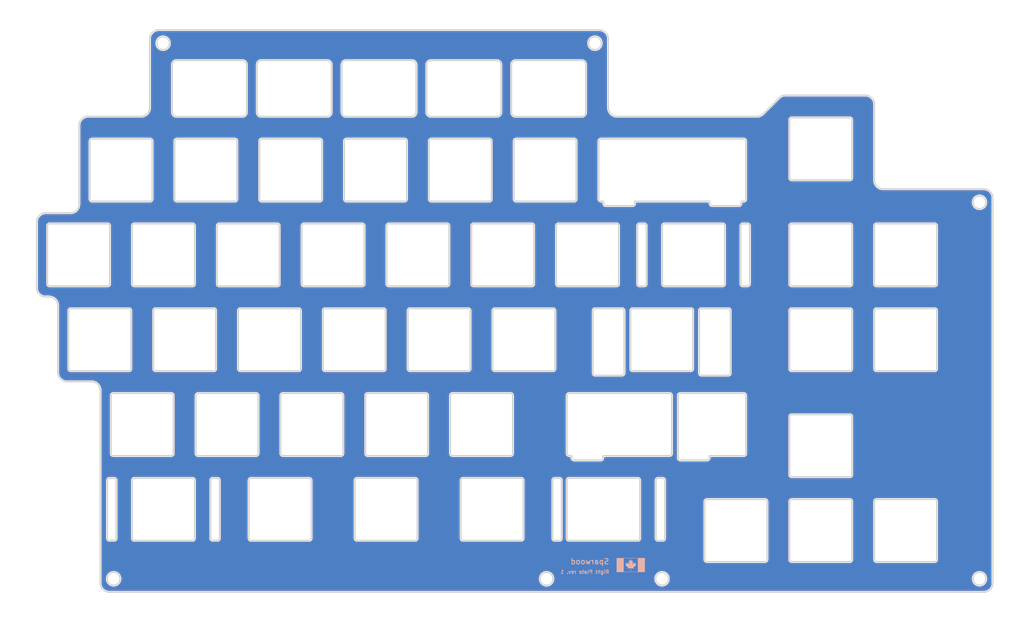
<source format=kicad_pcb>
(kicad_pcb (version 20211014) (generator pcbnew)
  (layers (0 "F.Cu" signal) (31 "B.Cu" signal) (34 "B.Paste" user) (35 "F.Paste" user) (36 "B.SilkS" user "B.Silkscreen") (37 "F.SilkS" user "F.Silkscreen") (38 "B.Mask" user) (39 "F.Mask" user) (44 "Edge.Cuts" user))
  (net 0 "")
  (gr_poly (pts (xy 178.857318 146.236931) (xy 175.813287 146.236931) (xy 175.747803 146.171447) (xy 178.922803 146.171447)) (layer "B.SilkS") (width 0.006) (fill solid))
  (gr_poly (pts (xy 175.747803 149.346447) (xy 174.160303 149.346447) (xy 174.160303 146.171447) (xy 175.747803 146.171447)) (layer "B.SilkS") (width 0.006) (fill solid))
  (gr_poly (pts (xy 180.510302 149.346447) (xy 178.922803 149.346447) (xy 178.922803 146.171447) (xy 180.510302 146.171447)) (layer "B.SilkS") (width 0.006) (fill solid))
  (gr_poly (pts (xy 177.554907 146.867301) (xy 177.555953 146.869264) (xy 177.557094 146.871162) (xy 177.558326 146.872991) (xy 177.559646 146.874749) (xy 177.56105 146.876434) (xy 177.562536 146.878041) (xy 177.564099 146.879569) (xy 177.565737 146.881015) (xy 177.567446 146.882375) (xy 177.569224 146.883648) (xy 177.571066 146.88483) (xy 177.572969 146.885919) (xy 177.57493 146.886912) (xy 177.576946 146.887806) (xy 177.579014 146.888598) (xy 177.58113 146.889286) (xy 177.583278 146.889863) (xy 177.585443 146.890327) (xy 177.587621 146.890677) (xy 177.589806 146.890915) (xy 177.591995 146.89104) (xy 177.594184 146.891054) (xy 177.596368 146.890957) (xy 177.598543 146.890748) (xy 177.600704 146.89043) (xy 177.602848 146.890002) (xy 177.60497 146.889465) (xy 177.607065 146.888819) (xy 177.609131 146.888065) (xy 177.611161 146.887204) (xy 177.613152 146.886235) (xy 177.6151 146.885161) (xy 177.831396 146.760145) (xy 177.696459 147.455999) (xy 177.696158 147.457757) (xy 177.695931 147.459515) (xy 177.695778 147.461269) (xy 177.695696 147.463019) (xy 177.695686 147.464761) (xy 177.695747 147.466495) (xy 177.695877 147.468219) (xy 177.696076 147.46993) (xy 177.696342 147.471627) (xy 177.696675 147.473307) (xy 177.697074 147.47497) (xy 177.697538 147.476612) (xy 177.698066 147.478233) (xy 177.698657 147.47983) (xy 177.69931 147.481401) (xy 177.700025 147.482945) (xy 177.700799 147.48446) (xy 177.701634 147.485943) (xy 177.702526 147.487393) (xy 177.703477 147.488808) (xy 177.704484 147.490186) (xy 177.705547 147.491525) (xy 177.706664 147.492824) (xy 177.707836 147.49408) (xy 177.70906 147.495291) (xy 177.710337 147.496456) (xy 177.711665 147.497573) (xy 177.713043 147.49864) (xy 177.71447 147.499655) (xy 177.715946 147.500616) (xy 177.717469 147.501521) (xy 177.719039 147.502368) (xy 177.720643 147.50315) (xy 177.722266 147.503861) (xy 177.723907 147.5045) (xy 177.725563 147.505069) (xy 177.727233 147.505568) (xy 177.728914 147.505996) (xy 177.730605 147.506355) (xy 177.732303 147.506644) (xy 177.734007 147.506864) (xy 177.735713 147.507016) (xy 177.737421 147.507099) (xy 177.739128 147.507115) (xy 177.74253 147.506944) (xy 177.745904 147.506505) (xy 177.749232 147.505801) (xy 177.752499 147.504836) (xy 177.754105 147.504256) (xy 177.755688 147.503611) (xy 177.757248 147.502903) (xy 177.758782 147.502131) (xy 177.760289 147.501295) (xy 177.761765 147.500397) (xy 177.76321 147.499435) (xy 177.76462 147.498412) (xy 177.765995 147.497326) (xy 177.767331 147.496179) (xy 177.768627 147.494971) (xy 177.769881 147.493702) (xy 178.049678 147.1934) (xy 178.119131 147.35678) (xy 178.119922 147.358518) (xy 178.120782 147.360206) (xy 178.121709 147.361844) (xy 178.1227 147.363429) (xy 178.124866 147.366438) (xy 178.127263 147.369225) (xy 178.129871 147.371781) (xy 178.132674 147.374095) (xy 178.135652 147.376159) (xy 178.138789 147.377963) (xy 178.142067 147.379498) (xy 178.145466 147.380754) (xy 178.148969 147.381722) (xy 178.152559 147.382393) (xy 178.156216 147.382757) (xy 178.159924 147.382805) (xy 178.161791 147.382708) (xy 178.163664 147.382528) (xy 178.16554 147.382264) (xy 178.167417 147.381916) (xy 178.525928 147.305848) (xy 178.402896 147.684202) (xy 178.402312 147.686138) (xy 178.401822 147.688082) (xy 178.401426 147.69003) (xy 178.401122 147.691981) (xy 178.40091 147.693932) (xy 178.400788 147.695879) (xy 178.400754 147.697821) (xy 178.400809 147.699754) (xy 178.40095 147.701676) (xy 178.401176 147.703584) (xy 178.401487 147.705474) (xy 178.401881 147.707346) (xy 178.402356 147.709195) (xy 178.402913 147.711019) (xy 178.403549 147.712815) (xy 178.404263 147.714581) (xy 178.405054 147.716314) (xy 178.405922 147.71801) (xy 178.406864 147.719668) (xy 178.40788 147.721285) (xy 178.408968 147.722857) (xy 178.410128 147.724383) (xy 178.411358 147.725859) (xy 178.412656 147.727282) (xy 178.414023 147.728651) (xy 178.415456 147.729961) (xy 178.416954 147.731211) (xy 178.418517 147.732398) (xy 178.420142 147.733519) (xy 178.42183 147.734571) (xy 178.423578 147.735551) (xy 178.425386 147.736457) (xy 178.565615 147.801942) (xy 177.943183 148.305973) (xy 177.940609 148.308238) (xy 177.938249 148.310671) (xy 177.936108 148.313258) (xy 177.934189 148.315985) (xy 177.932496 148.318836) (xy 177.931033 148.321797) (xy 177.929805 148.324854) (xy 177.928815 148.327992) (xy 177.928068 148.331196) (xy 177.927566 148.334452) (xy 177.927315 148.337746) (xy 177.927318 148.341061) (xy 177.92758 148.344385) (xy 177.928104 148.347703) (xy 177.928894 148.350999) (xy 177.929954 148.354259) (xy 178.006683 148.565926) (xy 177.43849 148.466046) (xy 177.434969 148.465542) (xy 177.431445 148.46524) (xy 177.427926 148.465136) (xy 177.42442 148.465229) (xy 177.420936 148.465517) (xy 177.41748 148.465997) (xy 177.414061 148.466666) (xy 177.410687 148.467523) (xy 177.407365 148.468566) (xy 177.404104 148.469792) (xy 177.400911 148.471199) (xy 177.397795 148.472784) (xy 177.394763 148.474546) (xy 177.391823 148.476483) (xy 177.388983 148.478591) (xy 177.386251 148.480869) (xy 177.383652 148.483298) (xy 177.381208 148.485855) (xy 177.378922 148.488532) (xy 177.376798 148.491322) (xy 177.374839 148.494218) (xy 177.373047 148.497212) (xy 177.371426 148.500296) (xy 177.36998 148.503463) (xy 177.368711 148.506705) (xy 177.367623 148.510014) (xy 177.366719 148.513384) (xy 177.366002 148.516806) (xy 177.365475 148.520273) (xy 177.365142 148.523778) (xy 177.365005 148.527312) (xy 177.365068 148.530869) (xy 177.394834 149.101707) (xy 177.275771 149.101707) (xy 177.305537 148.530869) (xy 177.3056 148.527312) (xy 177.305464 148.523778) (xy 177.305131 148.520273) (xy 177.304604 148.516806) (xy 177.303887 148.513384) (xy 177.302983 148.510014) (xy 177.301894 148.506705) (xy 177.300626 148.503463) (xy 177.299179 148.500296) (xy 177.297559 148.497212) (xy 177.295767 148.494218) (xy 177.293808 148.491322) (xy 177.291683 148.488532) (xy 177.289398 148.485855) (xy 177.286954 148.483298) (xy 177.284355 148.480869) (xy 177.281623 148.478591) (xy 177.278783 148.476483) (xy 177.275843 148.474546) (xy 177.272811 148.472784) (xy 177.269694 148.471199) (xy 177.266502 148.469792) (xy 177.263241 148.468566) (xy 177.259919 148.467523) (xy 177.256545 148.466666) (xy 177.253126 148.465997) (xy 177.24967 148.465517) (xy 177.246185 148.465229) (xy 177.24268 148.465136) (xy 177.239161 148.46524) (xy 177.235637 148.465542) (xy 177.232115 148.466046) (xy 176.663923 148.565926) (xy 176.740652 148.354259) (xy 176.741216 148.352635) (xy 176.741712 148.350999) (xy 176.742141 148.349354) (xy 176.742502 148.347703) (xy 176.742797 148.346046) (xy 176.743026 148.344385) (xy 176.743189 148.342723) (xy 176.743287 148.341061) (xy 176.743321 148.339402) (xy 176.743291 148.337746) (xy 176.743197 148.336095) (xy 176.74304 148.334452) (xy 176.74282 148.332819) (xy 176.742538 148.331196) (xy 176.742195 148.329587) (xy 176.741791 148.327992) (xy 176.741326 148.326414) (xy 176.740801 148.324854) (xy 176.740216 148.323315) (xy 176.739572 148.321797) (xy 176.73887 148.320304) (xy 176.73811 148.318836) (xy 176.737292 148.317395) (xy 176.736417 148.315985) (xy 176.735486 148.314605) (xy 176.734498 148.313258) (xy 176.733455 148.311946) (xy 176.732357 148.310671) (xy 176.731204 148.309434) (xy 176.729997 148.308238) (xy 176.728736 148.307083) (xy 176.727423 148.305973) (xy 176.10499 147.801942) (xy 176.24522 147.736457) (xy 176.247027 147.735551) (xy 176.248776 147.734571) (xy 176.250463 147.733519) (xy 176.252089 147.732398) (xy 176.253651 147.731211) (xy 176.25515 147.729961) (xy 176.256583 147.728651) (xy 176.257949 147.727282) (xy 176.259248 147.725859) (xy 176.260478 147.724383) (xy 176.262726 147.721285) (xy 176.264684 147.71801) (xy 176.266343 147.714581) (xy 176.267693 147.711019) (xy 176.268725 147.707346) (xy 176.269429 147.703584) (xy 176.269656 147.701676) (xy 176.269797 147.699754) (xy 176.269851 147.697821) (xy 176.269818 147.695879) (xy 176.269696 147.693932) (xy 176.269483 147.691981) (xy 176.26918 147.69003) (xy 176.268784 147.688082) (xy 176.268294 147.686138) (xy 176.267709 147.684202) (xy 176.144678 147.305848) (xy 176.503188 147.381916) (xy 176.505066 147.382264) (xy 176.506942 147.382528) (xy 176.508815 147.382708) (xy 176.510682 147.382805) (xy 176.512541 147.382822) (xy 176.514389 147.382757) (xy 176.516226 147.382614) (xy 176.518047 147.382393) (xy 176.519851 147.382096) (xy 176.521636 147.381722) (xy 176.5234 147.381275) (xy 176.52514 147.380754) (xy 176.526854 147.380161) (xy 176.528539 147.379498) (xy 176.530194 147.378765) (xy 176.531816 147.377963) (xy 176.533403 147.377094) (xy 176.534953 147.376159) (xy 176.536463 147.375159) (xy 176.537932 147.374095) (xy 176.539356 147.372969) (xy 176.540735 147.371781) (xy 176.542064 147.370533) (xy 176.543343 147.369225) (xy 176.544569 147.36786) (xy 176.545739 147.366438) (xy 176.546852 147.364961) (xy 176.547905 147.363429) (xy 176.548896 147.361844) (xy 176.549823 147.360206) (xy 176.550683 147.358518) (xy 176.551475 147.35678) (xy 176.620928 147.1934) (xy 176.900725 147.493702) (xy 176.903275 147.496179) (xy 176.905985 147.498412) (xy 176.90884 147.500397) (xy 176.911823 147.502131) (xy 176.914917 147.503611) (xy 176.918106 147.504836) (xy 176.921373 147.505801) (xy 176.924702 147.506505) (xy 176.928076 147.506944) (xy 176.931478 147.507115) (xy 176.934892 147.507016) (xy 176.938302 147.506644) (xy 176.941691 147.505996) (xy 176.945042 147.505069) (xy 176.94834 147.503861) (xy 176.951566 147.502368) (xy 176.954659 147.500616) (xy 176.957563 147.49864) (xy 176.960268 147.496456) (xy 176.96277 147.49408) (xy 176.965059 147.491525) (xy 176.967129 147.488808) (xy 176.968972 147.485943) (xy 176.970581 147.482945) (xy 176.971949 147.47983) (xy 176.973068 147.476612) (xy 176.97393 147.473307) (xy 176.97453 147.46993) (xy 176.974859 147.466495) (xy 176.974909 147.463019) (xy 176.974674 147.459515) (xy 176.974147 147.455999) (xy 176.839209 146.760145) (xy 177.055506 146.885161) (xy 177.057454 146.886235) (xy 177.059445 146.887204) (xy 177.061475 146.888065) (xy 177.06354 146.888819) (xy 177.065636 146.889465) (xy 177.067758 146.890002) (xy 177.069901 146.89043) (xy 177.072063 146.890748) (xy 177.074238 146.890957) (xy 177.076421 146.891054) (xy 177.07861 146.89104) (xy 177.080799 146.890915) (xy 177.082985 146.890677) (xy 177.085162 146.890327) (xy 177.087327 146.889863) (xy 177.089476 146.889286) (xy 177.091591 146.888598) (xy 177.093659 146.887806) (xy 177.095675 146.886912) (xy 177.097637 146.885919) (xy 177.09954 146.88483) (xy 177.101382 146.883648) (xy 177.103159 146.882375) (xy 177.104869 146.881015) (xy 177.106507 146.879569) (xy 177.10807 146.878041) (xy 177.109556 146.876434) (xy 177.11096 146.874749) (xy 177.11228 146.872991) (xy 177.113512 146.871162) (xy 177.114652 146.869264) (xy 177.115699 146.867301) (xy 177.335303 146.43603)) (layer "B.SilkS") (width 0.006) (fill solid))
  (gr_poly (pts (xy 178.922803 149.346447) (xy 175.747803 149.346447) (xy 175.813287 149.280962) (xy 178.857318 149.280962)) (layer "B.SilkS") (width 0.006) (fill solid))
  (gr_line (start 141.572803 84.596447) (end 141.572803 71.596447) (layer "Edge.Cuts") (width 0.3))
  (gr_arc (start 177.291553 90.646447) (mid 177.438 90.292894) (end 177.791553 90.146447) (layer "Edge.Cuts") (width 0.3))
  (gr_arc (start 128.141803 34.418447) (mid 128.84891 34.71134) (end 129.141803 35.418447) (layer "Edge.Cuts") (width 0.3))
  (gr_line (start 232.060303 133.508947) (end 232.060303 146.508947) (layer "Edge.Cuts") (width 0.3))
  (gr_line (start 93.160303 109.196447) (end 80.160303 109.196447) (layer "Edge.Cuts") (width 0.3))
  (gr_arc (start 60.185303 153.846447) (mid 58.771089 153.260661) (end 58.185303 151.846447) (layer "Edge.Cuts") (width 0.3))
  (gr_line (start 152.691553 128.246447) (end 139.691553 128.246447) (layer "Edge.Cuts") (width 0.3))
  (gr_arc (start 69.291803 44.996447) (mid 68.706017 46.410661) (end 67.291803 46.996447) (layer "Edge.Cuts") (width 0.3))
  (gr_line (start 159.785303 128.746447) (end 159.785303 141.746447) (layer "Edge.Cuts") (width 0.3))
  (gr_arc (start 186.529053 122.696447) (mid 186.382606 123.05) (end 186.029053 123.196447) (layer "Edge.Cuts") (width 0.3))
  (gr_arc (start 78.872803 128.246447) (mid 79.226356 128.392894) (end 79.372803 128.746447) (layer "Edge.Cuts") (width 0.3))
  (gr_arc (start 234.060303 63.283947) (mid 232.646089 62.698161) (end 232.060303 61.283947) (layer "Edge.Cuts") (width 0.3))
  (gr_arc (start 50.660303 106.571447) (mid 49.246089 105.985661) (end 48.660303 104.571447) (layer "Edge.Cuts") (width 0.3))
  (gr_line (start 180.835303 71.596447) (end 180.835303 84.596447) (layer "Edge.Cuts") (width 0.3))
  (gr_line (start 161.785303 141.746447) (end 161.785303 128.746447) (layer "Edge.Cuts") (width 0.3))
  (gr_arc (start 65.872803 142.246447) (mid 65.51925 142.1) (end 65.372803 141.746447) (layer "Edge.Cuts") (width 0.3))
  (gr_arc (start 90.041803 34.418447) (mid 90.74891 34.71134) (end 91.041803 35.418447) (layer "Edge.Cuts") (width 0.3))
  (gr_arc (start 159.785303 128.746447) (mid 159.93175 128.392894) (end 160.285303 128.246447) (layer "Edge.Cuts") (width 0.3))
  (gr_line (start 202.697803 66.046447) (end 202.110803 66.046447) (layer "Edge.Cuts") (width 0.3))
  (gr_line (start 246.060303 146.508947) (end 246.060303 133.508947) (layer "Edge.Cuts") (width 0.3))
  (gr_arc (start 132.491803 47.018447) (mid 131.784696 46.725554) (end 131.491803 46.018447) (layer "Edge.Cuts") (width 0.3))
  (gr_line (start 80.160303 123.196447) (end 93.160303 123.196447) (layer "Edge.Cuts") (width 0.3))
  (gr_line (start 94.391803 47.018447) (end 109.091803 47.018447) (layer "Edge.Cuts") (width 0.3))
  (gr_line (start 65.372803 71.596447) (end 65.372803 84.596447) (layer "Edge.Cuts") (width 0.3))
  (gr_line (start 131.260303 123.196447) (end 118.260303 123.196447) (layer "Edge.Cuts") (width 0.3))
  (gr_line (start 164.597803 66.046447) (end 151.597803 66.046447) (layer "Edge.Cuts") (width 0.3))
  (gr_line (start 245.560303 90.146447) (end 232.560303 90.146447) (layer "Edge.Cuts") (width 0.3))
  (gr_line (start 122.522803 84.596447) (end 122.522803 71.596447) (layer "Edge.Cuts") (width 0.3))
  (gr_line (start 175.353553 105.146447) (end 169.353553 105.146447) (layer "Edge.Cuts") (width 0.3))
  (gr_arc (start 155.572803 84.596447) (mid 155.426356 84.95) (end 155.072803 85.096447) (layer "Edge.Cuts") (width 0.3))
  (gr_arc (start 110.091803 46.018447) (mid 109.79891 46.725554) (end 109.091803 47.018447) (layer "Edge.Cuts") (width 0.3))
  (gr_line (start 174.622803 71.596447) (end 174.622803 84.596447) (layer "Edge.Cuts") (width 0.3))
  (gr_line (start 88.897803 65.546447) (end 88.897803 52.546447) (layer "Edge.Cuts") (width 0.3))
  (gr_line (start 177.291553 90.646447) (end 177.291553 103.646447) (layer "Edge.Cuts") (width 0.3))
  (gr_arc (start 147.191803 34.418447) (mid 147.89891 34.71134) (end 148.191803 35.418447) (layer "Edge.Cuts") (width 0.3))
  (gr_line (start 65.872803 85.096447) (end 78.872803 85.096447) (layer "Edge.Cuts") (width 0.3))
  (gr_line (start 146.835303 104.146447) (end 159.835303 104.146447) (layer "Edge.Cuts") (width 0.3))
  (gr_line (start 163.504053 109.196447) (end 186.029053 109.196447) (layer "Edge.Cuts") (width 0.3))
  (gr_line (start 107.947803 52.546447) (end 107.947803 65.546447) (layer "Edge.Cuts") (width 0.3))
  (gr_arc (start 164.597803 52.046447) (mid 164.951356 52.192894) (end 165.097803 52.546447) (layer "Edge.Cuts") (width 0.3))
  (gr_arc (start 116.972803 71.096447) (mid 117.326356 71.242894) (end 117.472803 71.596447) (layer "Edge.Cuts") (width 0.3))
  (gr_arc (start 195.610803 67.046447) (mid 195.25725 66.9) (end 195.110803 66.546447) (layer "Edge.Cuts") (width 0.3))
  (gr_arc (start 160.335303 103.646447) (mid 160.188856 104) (end 159.835303 104.146447) (layer "Edge.Cuts") (width 0.3))
  (gr_line (start 59.772803 128.746447) (end 59.772803 141.746447) (layer "Edge.Cuts") (width 0.3))
  (gr_line (start 139.691553 142.246447) (end 152.691553 142.246447) (layer "Edge.Cuts") (width 0.3))
  (gr_arc (start 56.347803 66.046447) (mid 55.99425 65.9) (end 55.847803 65.546447) (layer "Edge.Cuts") (width 0.3))
  (gr_line (start 178.885303 142.246447) (end 163.504053 142.246447) (layer "Edge.Cuts") (width 0.3))
  (gr_arc (start 202.110803 66.546447) (mid 201.964356 66.9) (end 201.610803 67.046447) (layer "Edge.Cuts") (width 0.3))
  (gr_line (start 161.122803 71.096447) (end 174.122803 71.096447) (layer "Edge.Cuts") (width 0.3))
  (gr_line (start 167.241803 46.018447) (end 167.241803 35.418447) (layer "Edge.Cuts") (width 0.3))
  (gr_arc (start 127.785303 104.146447) (mid 127.43175 104) (end 127.285303 103.646447) (layer "Edge.Cuts") (width 0.3))
  (gr_arc (start 102.685303 90.146447) (mid 103.038856 90.292894) (end 103.185303 90.646447) (layer "Edge.Cuts") (width 0.3))
  (gr_line (start 230.060303 42.233947) (end 212.039845 42.233947) (layer "Edge.Cuts") (width 0.3))
  (gr_line (start 232.560303 104.146447) (end 245.560303 104.146447) (layer "Edge.Cuts") (width 0.3))
  (gr_arc (start 129.141803 46.018447) (mid 128.84891 46.725554) (end 128.141803 47.018447) (layer "Edge.Cuts") (width 0.3))
  (gr_arc (start 107.947803 65.546447) (mid 107.801356 65.9) (end 107.447803 66.046447) (layer "Edge.Cuts") (width 0.3))
  (gr_line (start 91.041803 46.018447) (end 91.041803 35.418447) (layer "Edge.Cuts") (width 0.3))
  (gr_arc (start 184.935303 85.096447) (mid 184.58175 84.95) (end 184.435303 84.596447) (layer "Edge.Cuts") (width 0.3))
  (gr_arc (start 166.241803 34.418447) (mid 166.94891 34.71134) (end 167.241803 35.418447) (layer "Edge.Cuts") (width 0.3))
  (gr_arc (start 105.066553 128.246447) (mid 105.420106 128.392894) (end 105.566553 128.746447) (layer "Edge.Cuts") (width 0.3))
  (gr_line (start 226.510303 133.008947) (end 213.510303 133.008947) (layer "Edge.Cuts") (width 0.3))
  (gr_line (start 132.491803 47.018447) (end 147.191803 47.018447) (layer "Edge.Cuts") (width 0.3))
  (gr_line (start 178.234803 66.046447) (end 178.234803 66.546447) (layer "Edge.Cuts") (width 0.3))
  (gr_arc (start 246.060303 84.596447) (mid 245.913856 84.95) (end 245.560303 85.096447) (layer "Edge.Cuts") (width 0.3))
  (gr_line (start 213.510303 104.146447) (end 226.510303 104.146447) (layer "Edge.Cuts") (width 0.3))
  (gr_line (start 99.210303 109.196447) (end 112.210303 109.196447) (layer "Edge.Cuts") (width 0.3))
  (gr_arc (start 175.853553 104.646447) (mid 175.707106 105) (end 175.353553 105.146447) (layer "Edge.Cuts") (width 0.3))
  (gr_line (start 171.234803 66.046447) (end 170.647803 66.046447) (layer "Edge.Cuts") (width 0.3))
  (gr_arc (start 232.560303 85.096447) (mid 232.20675 84.95) (end 232.060303 84.596447) (layer "Edge.Cuts") (width 0.3))
  (gr_line (start 122.235303 90.646447) (end 122.235303 103.646447) (layer "Edge.Cuts") (width 0.3))
  (gr_arc (start 226.510303 47.283947) (mid 226.863856 47.430394) (end 227.010303 47.783947) (layer "Edge.Cuts") (width 0.3))
  (gr_line (start 142.072803 71.096447) (end 155.072803 71.096447) (layer "Edge.Cuts") (width 0.3))
  (gr_arc (start 136.522803 84.596447) (mid 136.376356 84.95) (end 136.022803 85.096447) (layer "Edge.Cuts") (width 0.3))
  (gr_arc (start 83.472803 142.246447) (mid 83.11925 142.1) (end 82.972803 141.746447) (layer "Edge.Cuts") (width 0.3))
  (gr_arc (start 88.897803 65.546447) (mid 88.751356 65.9) (end 88.397803 66.046447) (layer "Edge.Cuts") (width 0.3))
  (gr_arc (start 179.335303 85.096447) (mid 178.98175 84.95) (end 178.835303 84.596447) (layer "Edge.Cuts") (width 0.3))
  (gr_arc (start 112.997803 52.546447) (mid 113.14425 52.192894) (end 113.497803 52.046447) (layer "Edge.Cuts") (width 0.3))
  (gr_arc (start 56.185303 106.571447) (mid 57.599517 107.157233) (end 58.185303 108.571447) (layer "Edge.Cuts") (width 0.3))
  (gr_line (start 89.685303 90.146447) (end 102.685303 90.146447) (layer "Edge.Cuts") (width 0.3))
  (gr_line (start 136.522803 71.596447) (end 136.522803 84.596447) (layer "Edge.Cuts") (width 0.3))
  (gr_arc (start 83.635303 90.146447) (mid 83.988856 90.292894) (end 84.135303 90.646447) (layer "Edge.Cuts") (width 0.3))
  (gr_arc (start 46.822803 85.096447) (mid 46.46925 84.95) (end 46.322803 84.596447) (layer "Edge.Cuts") (width 0.3))
  (gr_arc (start 69.347803 52.046447) (mid 69.701356 52.192894) (end 69.847803 52.546447) (layer "Edge.Cuts") (width 0.3))
  (gr_circle (center 184.360303 150.846447) (end 182.910303 150.846447) (layer "Edge.Cuts") (width 0.3) (fill none))
  (gr_line (start 65.872803 128.246447) (end 78.872803 128.246447) (layer "Edge.Cuts") (width 0.3))
  (gr_line (start 50.660303 106.571447) (end 56.185303 106.571447) (layer "Edge.Cuts") (width 0.3))
  (gr_line (start 155.072803 85.096447) (end 142.072803 85.096447) (layer "Edge.Cuts") (width 0.3))
  (gr_arc (start 199.729553 104.646447) (mid 199.583106 105) (end 199.229553 105.146447) (layer "Edge.Cuts") (width 0.3))
  (gr_arc (start 43.897803 70.671447) (mid 44.483589 69.257233) (end 45.897803 68.671447) (layer "Edge.Cuts") (width 0.3))
  (gr_line (start 227.010303 47.783947) (end 227.010303 60.783947) (layer "Edge.Cuts") (width 0.3))
  (gr_arc (start 74.610303 122.696447) (mid 74.463856 123.05) (end 74.110303 123.196447) (layer "Edge.Cuts") (width 0.3))
  (gr_line (start 227.010303 71.596447) (end 227.010303 84.596447) (layer "Edge.Cuts") (width 0.3))
  (gr_line (start 192.729553 90.646447) (end 192.729553 104.646447) (layer "Edge.Cuts") (width 0.3))
  (gr_circle (center 255.660303 150.846447) (end 254.210303 150.846447) (layer "Edge.Cuts") (width 0.3) (fill none))
  (gr_line (start 112.441803 35.418447) (end 112.441803 46.018447) (layer "Edge.Cuts") (width 0.3))
  (gr_arc (start 197.935303 71.096447) (mid 198.288856 71.242894) (end 198.435303 71.596447) (layer "Edge.Cuts") (width 0.3))
  (gr_arc (start 213.010303 114.458947) (mid 213.15675 114.105394) (end 213.510303 113.958947) (layer "Edge.Cuts") (width 0.3))
  (gr_arc (start 202.697803 109.196447) (mid 203.051356 109.342894) (end 203.197803 109.696447) (layer "Edge.Cuts") (width 0.3))
  (gr_arc (start 122.522803 71.596447) (mid 122.66925 71.242894) (end 123.022803 71.096447) (layer "Edge.Cuts") (width 0.3))
  (gr_line (start 203.197803 52.546447) (end 203.197803 65.546447) (layer "Edge.Cuts") (width 0.3))
  (gr_line (start 112.710303 109.696447) (end 112.710303 122.696447) (layer "Edge.Cuts") (width 0.3))
  (gr_line (start 131.760303 109.696447) (end 131.760303 122.696447) (layer "Edge.Cuts") (width 0.3))
  (gr_arc (start 163.004053 109.696447) (mid 163.1505 109.342894) (end 163.504053 109.196447) (layer "Edge.Cuts") (width 0.3))
  (gr_line (start 127.285303 90.646447) (end 127.285303 103.646447) (layer "Edge.Cuts") (width 0.3))
  (gr_line (start 194.967053 123.196447) (end 202.697803 123.196447) (layer "Edge.Cuts") (width 0.3))
  (gr_arc (start 188.467053 124.196447) (mid 188.1135 124.05) (end 187.967053 123.696447) (layer "Edge.Cuts") (width 0.3))
  (gr_line (start 184.935303 71.096447) (end 197.935303 71.096447) (layer "Edge.Cuts") (width 0.3))
  (gr_line (start 132.047803 52.546447) (end 132.047803 65.546447) (layer "Edge.Cuts") (width 0.3))
  (gr_arc (start 184.435303 71.596447) (mid 184.58175 71.242894) (end 184.935303 71.096447) (layer "Edge.Cuts") (width 0.3))
  (gr_line (start 232.560303 85.096447) (end 245.560303 85.096447) (layer "Edge.Cuts") (width 0.3))
  (gr_line (start 183.485303 128.246447) (end 184.485303 128.246447) (layer "Edge.Cuts") (width 0.3))
  (gr_line (start 170.147803 65.546447) (end 170.147803 52.546447) (layer "Edge.Cuts") (width 0.3))
  (gr_line (start 69.847803 65.546447) (end 69.847803 52.546447) (layer "Edge.Cuts") (width 0.3))
  (gr_line (start 213.510303 47.283947) (end 226.510303 47.283947) (layer "Edge.Cuts") (width 0.3))
  (gr_arc (start 79.372803 84.596447) (mid 79.226356 84.95) (end 78.872803 85.096447) (layer "Edge.Cuts") (width 0.3))
  (gr_arc (start 115.879053 142.246447) (mid 115.5255 142.1) (end 115.379053 141.746447) (layer "Edge.Cuts") (width 0.3))
  (gr_arc (start 55.847803 52.546447) (mid 55.99425 52.192894) (end 56.347803 52.046447) (layer "Edge.Cuts") (width 0.3))
  (gr_line (start 160.335303 103.646447) (end 160.335303 90.646447) (layer "Edge.Cuts") (width 0.3))
  (gr_line (start 103.972803 71.096447) (end 116.972803 71.096447) (layer "Edge.Cuts") (width 0.3))
  (gr_arc (start 150.810303 122.696447) (mid 150.663856 123.05) (end 150.310303 123.196447) (layer "Edge.Cuts") (width 0.3))
  (gr_line (start 45.897803 87.521447) (end 46.660303 87.521447) (layer "Edge.Cuts") (width 0.3))
  (gr_line (start 78.872803 142.246447) (end 65.872803 142.246447) (layer "Edge.Cuts") (width 0.3))
  (gr_arc (start 59.772803 128.746447) (mid 59.91925 128.392894) (end 60.272803 128.246447) (layer "Edge.Cuts") (width 0.3))
  (gr_line (start 147.191803 34.418447) (end 132.491803 34.418447) (layer "Edge.Cuts") (width 0.3))
  (gr_line (start 58.185303 108.571447) (end 58.185303 151.846447) (layer "Edge.Cuts") (width 0.3))
  (gr_arc (start 151.097803 52.546447) (mid 151.24425 52.192894) (end 151.597803 52.046447) (layer "Edge.Cuts") (width 0.3))
  (gr_arc (start 45.897803 87.521447) (mid 44.483589 86.935661) (end 43.897803 85.521447) (layer "Edge.Cuts") (width 0.3))
  (gr_line (start 126.997803 52.546447) (end 126.997803 65.546447) (layer "Edge.Cuts") (width 0.3))
  (gr_line (start 116.972803 85.096447) (end 103.972803 85.096447) (layer "Edge.Cuts") (width 0.3))
  (gr_line (start 56.347803 66.046447) (end 69.347803 66.046447) (layer "Edge.Cuts") (width 0.3))
  (gr_arc (start 150.541803 35.418447) (mid 150.834696 34.71134) (end 151.541803 34.418447) (layer "Edge.Cuts") (width 0.3))
  (gr_arc (start 126.997803 65.546447) (mid 126.851356 65.9) (end 126.497803 66.046447) (layer "Edge.Cuts") (width 0.3))
  (gr_line (start 94.447803 52.046447) (end 107.447803 52.046447) (layer "Edge.Cuts") (width 0.3))
  (gr_arc (start 108.735303 104.146447) (mid 108.38175 104) (end 108.235303 103.646447) (layer "Edge.Cuts") (width 0.3))
  (gr_arc (start 98.422803 84.596447) (mid 98.276356 84.95) (end 97.922803 85.096447) (layer "Edge.Cuts") (width 0.3))
  (gr_line (start 89.185303 103.646447) (end 89.185303 90.646447) (layer "Edge.Cuts") (width 0.3))
  (gr_line (start 227.010303 127.458947) (end 227.010303 114.458947) (layer "Edge.Cuts") (width 0.3))
  (gr_arc (start 227.010303 127.458947) (mid 226.863856 127.8125) (end 226.510303 127.958947) (layer "Edge.Cuts") (width 0.3))
  (gr_line (start 117.760303 122.696447) (end 117.760303 109.696447) (layer "Edge.Cuts") (width 0.3))
  (gr_line (start 164.091053 123.196447) (end 163.504053 123.196447) (layer "Edge.Cuts") (width 0.3))
  (gr_arc (start 93.947803 52.546447) (mid 94.09425 52.192894) (end 94.447803 52.046447) (layer "Edge.Cuts") (width 0.3))
  (gr_line (start 195.110803 66.046447) (end 178.234803 66.046447) (layer "Edge.Cuts") (width 0.3))
  (gr_arc (start 84.472803 128.246447) (mid 84.826356 128.392894) (end 84.972803 128.746447) (layer "Edge.Cuts") (width 0.3))
  (gr_line (start 193.960303 146.508947) (end 193.960303 133.508947) (layer "Edge.Cuts") (width 0.3))
  (gr_arc (start 117.472803 84.596447) (mid 117.326356 84.95) (end 116.972803 85.096447) (layer "Edge.Cuts") (width 0.3))
  (gr_line (start 153.191553 141.746447) (end 153.191553 128.746447) (layer "Edge.Cuts") (width 0.3))
  (gr_arc (start 163.004053 128.746447) (mid 163.1505 128.392894) (end 163.504053 128.246447) (layer "Edge.Cuts") (width 0.3))
  (gr_line (start 60.185303 153.846447) (end 256.660303 153.846447) (layer "Edge.Cuts") (width 0.3))
  (gr_arc (start 177.791553 104.146447) (mid 177.438 104) (end 177.291553 103.646447) (layer "Edge.Cuts") (width 0.3))
  (gr_arc (start 213.510303 147.008947) (mid 213.15675 146.8625) (end 213.010303 146.508947) (layer "Edge.Cuts") (width 0.3))
  (gr_arc (start 227.010303 103.646447) (mid 226.863856 104) (end 226.510303 104.146447) (layer "Edge.Cuts") (width 0.3))
  (gr_arc (start 148.191803 46.018447) (mid 147.89891 46.725554) (end 147.191803 47.018447) (layer "Edge.Cuts") (width 0.3))
  (gr_arc (start 93.160303 109.196447) (mid 93.513856 109.342894) (end 93.660303 109.696447) (layer "Edge.Cuts") (width 0.3))
  (gr_arc (start 170.291803 27.546447) (mid 171.706017 28.132233) (end 172.291803 29.546447) (layer "Edge.Cuts") (width 0.3))
  (gr_arc (start 182.985303 128.746447) (mid 183.13175 128.392894) (end 183.485303 128.246447) (layer "Edge.Cuts") (width 0.3))
  (gr_line (start 110.091803 46.018447) (end 110.091803 35.418447) (layer "Edge.Cuts") (width 0.3))
  (gr_arc (start 84.972803 141.746447) (mid 84.826356 142.1) (end 84.472803 142.246447) (layer "Edge.Cuts") (width 0.3))
  (gr_line (start 150.310303 109.196447) (end 137.310303 109.196447) (layer "Edge.Cuts") (width 0.3))
  (gr_arc (start 65.872803 85.096447) (mid 65.51925 84.95) (end 65.372803 84.596447) (layer "Edge.Cuts") (width 0.3))
  (gr_line (start 203.197803 122.696447) (end 203.197803 109.696447) (layer "Edge.Cuts") (width 0.3))
  (gr_arc (start 113.441803 47.018447) (mid 112.734696 46.725554) (end 112.441803 46.018447) (layer "Edge.Cuts") (width 0.3))
  (gr_arc (start 146.835303 104.146447) (mid 146.48175 104) (end 146.335303 103.646447) (layer "Edge.Cuts") (width 0.3))
  (gr_arc (start 84.422803 71.596447) (mid 84.56925 71.242894) (end 84.922803 71.096447) (layer "Edge.Cuts") (width 0.3))
  (gr_arc (start 141.572803 71.596447) (mid 141.71925 71.242894) (end 142.072803 71.096447) (layer "Edge.Cuts") (width 0.3))
  (gr_arc (start 75.341803 47.018447) (mid 74.634696 46.725554) (end 74.341803 46.018447) (layer "Edge.Cuts") (width 0.3))
  (gr_line (start 75.341803 47.018447) (end 90.041803 47.018447) (layer "Edge.Cuts") (width 0.3))
  (gr_line (start 92.066553 142.246447) (end 105.066553 142.246447) (layer "Edge.Cuts") (width 0.3))
  (gr_arc (start 256.660303 63.283947) (mid 258.074517 63.869733) (end 258.660303 65.283947) (layer "Edge.Cuts") (width 0.3))
  (gr_arc (start 160.285303 142.246447) (mid 159.93175 142.1) (end 159.785303 141.746447) (layer "Edge.Cuts") (width 0.3))
  (gr_line (start 171.234803 66.546447) (end 171.234803 66.046447) (layer "Edge.Cuts") (width 0.3))
  (gr_arc (start 190.791553 90.146447) (mid 191.145106 90.292894) (end 191.291553 90.646447) (layer "Edge.Cuts") (width 0.3))
  (gr_line (start 78.872803 71.096447) (end 65.872803 71.096447) (layer "Edge.Cuts") (width 0.3))
  (gr_arc (start 213.010303 133.508947) (mid 213.15675 133.155394) (end 213.510303 133.008947) (layer "Edge.Cuts") (width 0.3))
  (gr_line (start 258.660303 151.846447) (end 258.660303 65.283947) (layer "Edge.Cuts") (width 0.3))
  (gr_arc (start 171.734803 67.046447) (mid 171.38125 66.9) (end 171.234803 66.546447) (layer "Edge.Cuts") (width 0.3))
  (gr_arc (start 75.397803 66.046447) (mid 75.04425 65.9) (end 74.897803 65.546447) (layer "Edge.Cuts") (width 0.3))
  (gr_line (start 91.566553 128.746447) (end 91.566553 141.746447) (layer "Edge.Cuts") (width 0.3))
  (gr_line (start 179.385303 128.746447) (end 179.385303 141.746447) (layer "Edge.Cuts") (width 0.3))
  (gr_line (start 160.622803 84.596447) (end 160.622803 71.596447) (layer "Edge.Cuts") (width 0.3))
  (gr_arc (start 163.504053 142.246447) (mid 163.1505 142.1) (end 163.004053 141.746447) (layer "Edge.Cuts") (width 0.3))
  (gr_line (start 79.660303 109.696447) (end 79.660303 122.696447) (layer "Edge.Cuts") (width 0.3))
  (gr_line (start 213.010303 133.508947) (end 213.010303 146.508947) (layer "Edge.Cuts") (width 0.3))
  (gr_line (start 141.285303 103.646447) (end 141.285303 90.646447) (layer "Edge.Cuts") (width 0.3))
  (gr_arc (start 161.285303 128.246447) (mid 161.638856 128.392894) (end 161.785303 128.746447) (layer "Edge.Cuts") (width 0.3))
  (gr_line (start 226.510303 90.146447) (end 213.510303 90.146447) (layer "Edge.Cuts") (width 0.3))
  (gr_circle (center 158.422803 150.846447) (end 156.972803 150.846447) (layer "Edge.Cuts") (width 0.3) (fill none))
  (gr_arc (start 171.091053 123.696447) (mid 170.944606 124.05) (end 170.591053 124.196447) (layer "Edge.Cuts") (width 0.3))
  (gr_line (start 161.285303 128.246447) (end 160.285303 128.246447) (layer "Edge.Cuts") (width 0.3))
  (gr_line (start 102.685303 104.146447) (end 89.685303 104.146447) (layer "Edge.Cuts") (width 0.3))
  (gr_line (start 202.535303 71.096447) (end 203.535303 71.096447) (layer "Edge.Cuts") (width 0.3))
  (gr_arc (start 232.060303 133.508947) (mid 232.20675 133.155394) (end 232.560303 133.008947) (layer "Edge.Cuts") (width 0.3))
  (gr_arc (start 230.060303 42.233947) (mid 231.474517 42.819733) (end 232.060303 44.233947) (layer "Edge.Cuts") (width 0.3))
  (gr_arc (start 161.122803 85.096447) (mid 160.76925 84.95) (end 160.622803 84.596447) (layer "Edge.Cuts") (width 0.3))
  (gr_line (start 105.066553 128.246447) (end 92.066553 128.246447) (layer "Edge.Cuts") (width 0.3))
  (gr_line (start 74.110303 123.196447) (end 61.110303 123.196447) (layer "Edge.Cuts") (width 0.3))
  (gr_line (start 146.335303 90.646447) (end 146.335303 103.646447) (layer "Edge.Cuts") (width 0.3))
  (gr_arc (start 131.260303 109.196447) (mid 131.613856 109.342894) (end 131.760303 109.696447) (layer "Edge.Cuts") (width 0.3))
  (gr_arc (start 226.510303 71.096447) (mid 226.863856 71.242894) (end 227.010303 71.596447) (layer "Edge.Cuts") (width 0.3))
  (gr_line (start 90.041803 34.418447) (end 75.341803 34.418447) (layer "Edge.Cuts") (width 0.3))
  (gr_arc (start 193.960303 133.508947) (mid 194.10675 133.155394) (end 194.460303 133.008947) (layer "Edge.Cuts") (width 0.3))
  (gr_arc (start 178.835303 71.596447) (mid 178.98175 71.242894) (end 179.335303 71.096447) (layer "Edge.Cuts") (width 0.3))
  (gr_arc (start 105.566553 141.746447) (mid 105.420106 142.1) (end 105.066553 142.246447) (layer "Edge.Cuts") (width 0.3))
  (gr_arc (start 150.310303 109.196447) (mid 150.663856 109.342894) (end 150.810303 109.696447) (layer "Edge.Cuts") (width 0.3))
  (gr_line (start 59.822803 71.096447) (end 46.822803 71.096447) (layer "Edge.Cuts") (width 0.3))
  (gr_arc (start 132.547803 66.046447) (mid 132.19425 65.9) (end 132.047803 65.546447) (layer "Edge.Cuts") (width 0.3))
  (gr_arc (start 232.060303 71.596447) (mid 232.20675 71.242894) (end 232.560303 71.096447) (layer "Edge.Cuts") (width 0.3))
  (gr_arc (start 137.310303 123.196447) (mid 136.95675 123.05) (end 136.810303 122.696447) (layer "Edge.Cuts") (width 0.3))
  (gr_line (start 93.660303 122.696447) (end 93.660303 109.696447) (layer "Edge.Cuts") (width 0.3))
  (gr_arc (start 153.191553 141.746447) (mid 153.045106 142.1) (end 152.691553 142.246447) (layer "Edge.Cuts") (width 0.3))
  (gr_line (start 187.967053 109.696447) (end 187.967053 123.696447) (layer "Edge.Cuts") (width 0.3))
  (gr_arc (start 139.191553 128.746447) (mid 139.338 128.392894) (end 139.691553 128.246447) (layer "Edge.Cuts") (width 0.3))
  (gr_line (start 170.291803 27.546447) (end 71.291803 27.546447) (layer "Edge.Cuts") (width 0.3))
  (gr_arc (start 84.135303 103.646447) (mid 83.988856 104) (end 83.635303 104.146447) (layer "Edge.Cuts") (width 0.3))
  (gr_line (start 168.853553 104.646447) (end 168.853553 90.646447) (layer "Edge.Cuts") (width 0.3))
  (gr_arc (start 168.853553 90.646447) (mid 169 90.292894) (end 169.353553 90.146447) (layer "Edge.Cuts") (width 0.3))
  (gr_line (start 194.460303 133.008947) (end 207.460303 133.008947) (layer "Edge.Cuts") (width 0.3))
  (gr_line (start 61.772803 141.746447) (end 61.772803 128.746447) (layer "Edge.Cuts") (width 0.3))
  (gr_line (start 203.535303 85.096447) (end 202.535303 85.096447) (layer "Edge.Cuts") (width 0.3))
  (gr_arc (start 88.397803 52.046447) (mid 88.751356 52.192894) (end 88.897803 52.546447) (layer "Edge.Cuts") (width 0.3))
  (gr_arc (start 103.972803 85.096447) (mid 103.61925 84.95) (end 103.472803 84.596447) (layer "Edge.Cuts") (width 0.3))
  (gr_arc (start 155.072803 71.096447) (mid 155.426356 71.242894) (end 155.572803 71.596447) (layer "Edge.Cuts") (width 0.3))
  (gr_line (start 207.960303 133.508947) (end 207.960303 146.508947) (layer "Edge.Cuts") (width 0.3))
  (gr_arc (start 79.372803 141.746447) (mid 79.226356 142.1) (end 78.872803 142.246447) (layer "Edge.Cuts") (width 0.3))
  (gr_arc (start 91.566553 128.746447) (mid 91.713 128.392894) (end 92.066553 128.246447) (layer "Edge.Cuts") (width 0.3))
  (gr_arc (start 121.735303 90.146447) (mid 122.088856 90.292894) (end 122.235303 90.646447) (layer "Edge.Cuts") (width 0.3))
  (gr_arc (start 59.822803 71.096447) (mid 60.176356 71.242894) (end 60.322803 71.596447) (layer "Edge.Cuts") (width 0.3))
  (gr_line (start 55.847803 52.546447) (end 55.847803 65.546447) (layer "Edge.Cuts") (width 0.3))
  (gr_line (start 202.035303 84.596447) (end 202.035303 71.596447) (layer "Edge.Cuts") (width 0.3))
  (gr_arc (start 161.785303 141.746447) (mid 161.638856 142.1) (end 161.285303 142.246447) (layer "Edge.Cuts") (width 0.3))
  (gr_line (start 194.967053 123.696447) (end 194.967053 123.196447) (layer "Edge.Cuts") (width 0.3))
  (gr_line (start 150.541803 35.418447) (end 150.541803 46.018447) (layer "Edge.Cuts") (width 0.3))
  (gr_arc (start 169.353553 105.146447) (mid 169 105) (end 168.853553 104.646447) (layer "Edge.Cuts") (width 0.3))
  (gr_line (start 131.491803 35.418447) (end 131.491803 46.018447) (layer "Edge.Cuts") (width 0.3))
  (gr_line (start 132.547803 66.046447) (end 145.547803 66.046447) (layer "Edge.Cuts") (width 0.3))
  (gr_line (start 213.510303 71.096447) (end 226.510303 71.096447) (layer "Edge.Cuts") (width 0.3))
  (gr_arc (start 178.885303 128.246447) (mid 179.238856 128.392894) (end 179.385303 128.746447) (layer "Edge.Cuts") (width 0.3))
  (gr_arc (start 203.197803 122.696447) (mid 203.051356 123.05) (end 202.697803 123.196447) (layer "Edge.Cuts") (width 0.3))
  (gr_arc (start 112.710303 122.696447) (mid 112.563856 123.05) (end 112.210303 123.196447) (layer "Edge.Cuts") (width 0.3))
  (gr_line (start 60.272803 142.246447) (end 61.272803 142.246447) (layer "Edge.Cuts") (width 0.3))
  (gr_line (start 177.734803 67.046447) (end 171.734803 67.046447) (layer "Edge.Cuts") (width 0.3))
  (gr_arc (start 198.435303 84.596447) (mid 198.288856 84.95) (end 197.935303 85.096447) (layer "Edge.Cuts") (width 0.3))
  (gr_line (start 127.785303 104.146447) (end 140.785303 104.146447) (layer "Edge.Cuts") (width 0.3))
  (gr_line (start 226.510303 85.096447) (end 213.510303 85.096447) (layer "Edge.Cuts") (width 0.3))
  (gr_arc (start 159.835303 90.146447) (mid 160.188856 90.292894) (end 160.335303 90.646447) (layer "Edge.Cuts") (width 0.3))
  (gr_arc (start 126.497803 52.046447) (mid 126.851356 52.192894) (end 126.997803 52.546447) (layer "Edge.Cuts") (width 0.3))
  (gr_line (start 103.185303 90.646447) (end 103.185303 103.646447) (layer "Edge.Cuts") (width 0.3))
  (gr_line (start 61.110303 109.196447) (end 74.110303 109.196447) (layer "Edge.Cuts") (width 0.3))
  (gr_arc (start 202.535303 85.096447) (mid 202.18175 84.95) (end 202.035303 84.596447) (layer "Edge.Cuts") (width 0.3))
  (gr_arc (start 207.960303 146.508947) (mid 207.813856 146.8625) (end 207.460303 147.008947) (layer "Edge.Cuts") (width 0.3))
  (gr_line (start 226.510303 61.283947) (end 213.510303 61.283947) (layer "Edge.Cuts") (width 0.3))
  (gr_arc (start 163.504053 123.196447) (mid 163.1505 123.05) (end 163.004053 122.696447) (layer "Edge.Cuts") (width 0.3))
  (gr_line (start 97.922803 71.096447) (end 84.922803 71.096447) (layer "Edge.Cuts") (width 0.3))
  (gr_line (start 79.372803 84.596447) (end 79.372803 71.596447) (layer "Edge.Cuts") (width 0.3))
  (gr_arc (start 146.335303 90.646447) (mid 146.48175 90.292894) (end 146.835303 90.146447) (layer "Edge.Cuts") (width 0.3))
  (gr_line (start 184.485303 142.246447) (end 183.485303 142.246447) (layer "Edge.Cuts") (width 0.3))
  (gr_arc (start 122.235303 103.646447) (mid 122.088856 104) (end 121.735303 104.146447) (layer "Edge.Cuts") (width 0.3))
  (gr_arc (start 203.197803 65.546447) (mid 203.051356 65.9) (end 202.697803 66.046447) (layer "Edge.Cuts") (width 0.3))
  (gr_line (start 213.510303 147.008947) (end 226.510303 147.008947) (layer "Edge.Cuts") (width 0.3))
  (gr_line (start 246.060303 103.646447) (end 246.060303 90.646447) (layer "Edge.Cuts") (width 0.3))
  (gr_line (start 246.060303 84.596447) (end 246.060303 71.596447) (layer "Edge.Cuts") (width 0.3))
  (gr_arc (start 53.422803 48.996447) (mid 54.008589 47.582233) (end 55.422803 46.996447) (layer "Edge.Cuts") (width 0.3))
  (gr_arc (start 51.585303 104.146447) (mid 51.23175 104) (end 51.085303 103.646447) (layer "Edge.Cuts") (width 0.3))
  (gr_arc (start 51.085303 90.646447) (mid 51.23175 90.292894) (end 51.585303 90.146447) (layer "Edge.Cuts") (width 0.3))
  (gr_arc (start 123.022803 85.096447) (mid 122.66925 84.95) (end 122.522803 84.596447) (layer "Edge.Cuts") (width 0.3))
  (gr_arc (start 70.635303 104.146447) (mid 70.28175 104) (end 70.135303 103.646447) (layer "Edge.Cuts") (width 0.3))
  (gr_line (start 197.935303 85.096447) (end 184.935303 85.096447) (layer "Edge.Cuts") (width 0.3))
  (gr_line (start 139.191553 128.746447) (end 139.191553 141.746447) (layer "Edge.Cuts") (width 0.3))
  (gr_line (start 137.310303 123.196447) (end 150.310303 123.196447) (layer "Edge.Cuts") (width 0.3))
  (gr_arc (start 170.647803 66.046447) (mid 170.29425 65.9) (end 170.147803 65.546447) (layer "Edge.Cuts") (width 0.3))
  (gr_line (start 103.472803 84.596447) (end 103.472803 71.596447) (layer "Edge.Cuts") (width 0.3))
  (gr_line (start 174.122803 85.096447) (end 161.122803 85.096447) (layer "Edge.Cuts") (width 0.3))
  (gr_arc (start 246.060303 103.646447) (mid 245.913856 104) (end 245.560303 104.146447) (layer "Edge.Cuts") (width 0.3))
  (gr_arc (start 94.447803 66.046447) (mid 94.09425 65.9) (end 93.947803 65.546447) (layer "Edge.Cuts") (width 0.3))
  (gr_arc (start 61.110303 123.196447) (mid 60.75675 123.05) (end 60.610303 122.696447) (layer "Edge.Cuts") (width 0.3))
  (gr_arc (start 98.710303 109.696447) (mid 98.85675 109.342894) (end 99.210303 109.196447) (layer "Edge.Cuts") (width 0.3))
  (gr_circle (center 255.660303 66.283947) (end 254.210303 66.283947) (layer "Edge.Cuts") (width 0.3) (fill none))
  (gr_arc (start 117.760303 109.696447) (mid 117.90675 109.342894) (end 118.260303 109.196447) (layer "Edge.Cuts") (width 0.3))
  (gr_line (start 232.060303 90.646447) (end 232.060303 103.646447) (layer "Edge.Cuts") (width 0.3))
  (gr_line (start 210.625631 42.819733) (end 207.034704 46.410661) (layer "Edge.Cuts") (width 0.3))
  (gr_arc (start 84.922803 85.096447) (mid 84.56925 84.95) (end 84.422803 84.596447) (layer "Edge.Cuts") (width 0.3))
  (gr_arc (start 187.967053 109.696447) (mid 188.1135 109.342894) (end 188.467053 109.196447) (layer "Edge.Cuts") (width 0.3))
  (gr_line (start 205.620491 46.996447) (end 174.291803 46.996447) (layer "Edge.Cuts") (width 0.3))
  (gr_line (start 202.697803 109.196447) (end 188.467053 109.196447) (layer "Edge.Cuts") (width 0.3))
  (gr_line (start 190.791553 90.146447) (end 177.791553 90.146447) (layer "Edge.Cuts") (width 0.3))
  (gr_line (start 202.110803 66.046447) (end 202.110803 66.546447) (layer "Edge.Cuts") (width 0.3))
  (gr_arc (start 80.160303 123.196447) (mid 79.80675 123.05) (end 79.660303 122.696447) (layer "Edge.Cuts") (width 0.3))
  (gr_line (start 69.291803 29.546447) (end 69.291803 44.996447) (layer "Edge.Cuts") (width 0.3))
  (gr_arc (start 207.034704 46.410661) (mid 206.385857 46.844206) (end 205.620491 46.996447) (layer "Edge.Cuts") (width 0.3))
  (gr_arc (start 60.272803 142.246447) (mid 59.91925 142.1) (end 59.772803 141.746447) (layer "Edge.Cuts") (width 0.3))
  (gr_line (start 60.610303 122.696447) (end 60.610303 109.696447) (layer "Edge.Cuts") (width 0.3))
  (gr_line (start 115.879053 128.246447) (end 128.879053 128.246447) (layer "Edge.Cuts") (width 0.3))
  (gr_arc (start 232.060303 90.646447) (mid 232.20675 90.292894) (end 232.560303 90.146447) (layer "Edge.Cuts") (width 0.3))
  (gr_line (start 69.347803 52.046447) (end 56.347803 52.046447) (layer "Edge.Cuts") (width 0.3))
  (gr_arc (start 78.872803 71.096447) (mid 79.226356 71.242894) (end 79.372803 71.596447) (layer "Edge.Cuts") (width 0.3))
  (gr_arc (start 167.241803 46.018447) (mid 166.94891 46.725554) (end 166.241803 47.018447) (layer "Edge.Cuts") (width 0.3))
  (gr_line (start 169.353553 90.146447) (end 175.353553 90.146447) (layer "Edge.Cuts") (width 0.3))
  (gr_line (start 226.510303 113.958947) (end 213.510303 113.958947) (layer "Edge.Cuts") (width 0.3))
  (gr_circle (center 169.291803 30.546447) (end 167.841803 30.546447) (layer "Edge.Cuts") (width 0.3) (fill none))
  (gr_line (start 170.591053 124.196447) (end 164.591053 124.196447) (layer "Edge.Cuts") (width 0.3))
  (gr_arc (start 175.353553 90.146447) (mid 175.707106 90.292894) (end 175.853553 90.646447) (layer "Edge.Cuts") (width 0.3))
  (gr_line (start 186.529053 109.696447) (end 186.529053 122.696447) (layer "Edge.Cuts") (width 0.3))
  (gr_arc (start 129.379053 141.746447) (mid 129.232606 142.1) (end 128.879053 142.246447) (layer "Edge.Cuts") (width 0.3))
  (gr_line (start 61.272803 128.246447) (end 60.272803 128.246447) (layer "Edge.Cuts") (width 0.3))
  (gr_arc (start 202.035303 71.596447) (mid 202.18175 71.242894) (end 202.535303 71.096447) (layer "Edge.Cuts") (width 0.3))
  (gr_arc (start 93.391803 35.418447) (mid 93.684696 34.71134) (end 94.391803 34.418447) (layer "Edge.Cuts") (width 0.3))
  (gr_arc (start 227.010303 60.783947) (mid 226.863856 61.1375) (end 226.510303 61.283947) (layer "Edge.Cuts") (width 0.3))
  (gr_arc (start 213.010303 71.596447) (mid 213.15675 71.242894) (end 213.510303 71.096447) (layer "Edge.Cuts") (width 0.3))
  (gr_line (start 146.047803 65.546447) (end 146.047803 52.546447) (layer "Edge.Cuts") (width 0.3))
  (gr_line (start 193.229553 105.146447) (end 199.229553 105.146447) (layer "Edge.Cuts") (width 0.3))
  (gr_line (start 159.835303 90.146447) (end 146.835303 90.146447) (layer "Edge.Cuts") (width 0.3))
  (gr_line (start 98.422803 84.596447) (end 98.422803 71.596447) (layer "Edge.Cuts") (width 0.3))
  (gr_line (start 166.241803 34.418447) (end 151.541803 34.418447) (layer "Edge.Cuts") (width 0.3))
  (gr_arc (start 74.341803 35.418447) (mid 74.634696 34.71134) (end 75.341803 34.418447) (layer "Edge.Cuts") (width 0.3))
  (gr_line (start 204.035303 71.596447) (end 204.035303 84.596447) (layer "Edge.Cuts") (width 0.3))
  (gr_arc (start 199.229553 90.146447) (mid 199.583106 90.292894) (end 199.729553 90.646447) (layer "Edge.Cuts") (width 0.3))
  (gr_line (start 207.460303 147.008947) (end 194.460303 147.008947) (layer "Edge.Cuts") (width 0.3))
  (gr_line (start 93.947803 65.546447) (end 93.947803 52.546447) (layer "Edge.Cuts") (width 0.3))
  (gr_line (start 51.422803 68.671447) (end 45.897803 68.671447) (layer "Edge.Cuts") (width 0.3))
  (gr_line (start 75.397803 66.046447) (end 88.397803 66.046447) (layer "Edge.Cuts") (width 0.3))
  (gr_arc (start 210.625631 42.819733) (mid 211.274478 42.386188) (end 212.039845 42.233947) (layer "Edge.Cuts") (width 0.3))
  (gr_line (start 151.541803 47.018447) (end 166.241803 47.018447) (layer "Edge.Cuts") (width 0.3))
  (gr_arc (start 145.547803 52.046447) (mid 145.901356 52.192894) (end 146.047803 52.546447) (layer "Edge.Cuts") (width 0.3))
  (gr_arc (start 113.497803 66.046447) (mid 113.14425 65.9) (end 112.997803 65.546447) (layer "Edge.Cuts") (width 0.3))
  (gr_line (start 140.785303 90.146447) (end 127.785303 90.146447) (layer "Edge.Cuts") (width 0.3))
  (gr_arc (start 164.591053 124.196447) (mid 164.2375 124.05) (end 164.091053 123.696447) (layer "Edge.Cuts") (width 0.3))
  (gr_arc (start 53.422803 66.671447) (mid 52.837017 68.085661) (end 51.422803 68.671447) (layer "Edge.Cuts") (width 0.3))
  (gr_line (start 165.097803 52.546447) (end 165.097803 65.546447) (layer "Edge.Cuts") (width 0.3))
  (gr_arc (start 46.660303 87.521447) (mid 48.074517 88.107233) (end 48.660303 89.521447) (layer "Edge.Cuts") (width 0.3))
  (gr_line (start 112.997803 65.546447) (end 112.997803 52.546447) (layer "Edge.Cuts") (width 0.3))
  (gr_line (start 213.510303 127.958947) (end 226.510303 127.958947) (layer "Edge.Cuts") (width 0.3))
  (gr_line (start 82.972803 141.746447) (end 82.972803 128.746447) (layer "Edge.Cuts") (width 0.3))
  (gr_arc (start 94.391803 47.018447) (mid 93.684696 46.725554) (end 93.391803 46.018447) (layer "Edge.Cuts") (width 0.3))
  (gr_line (start 109.091803 34.418447) (end 94.391803 34.418447) (layer "Edge.Cuts") (width 0.3))
  (gr_arc (start 60.610303 109.696447) (mid 60.75675 109.342894) (end 61.110303 109.196447) (layer "Edge.Cuts") (width 0.3))
  (gr_line (start 113.497803 52.046447) (end 126.497803 52.046447) (layer "Edge.Cuts") (width 0.3))
  (gr_arc (start 232.560303 147.008947) (mid 232.20675 146.8625) (end 232.060303 146.508947) (layer "Edge.Cuts") (width 0.3))
  (gr_arc (start 180.335303 71.096447) (mid 180.688856 71.242894) (end 180.835303 71.596447) (layer "Edge.Cuts") (width 0.3))
  (gr_line (start 93.391803 35.418447) (end 93.391803 46.018447) (layer "Edge.Cuts") (width 0.3))
  (gr_arc (start 207.460303 133.008947) (mid 207.813856 133.155394) (end 207.960303 133.508947) (layer "Edge.Cuts") (width 0.3))
  (gr_arc (start 245.560303 133.008947) (mid 245.913856 133.155394) (end 246.060303 133.508947) (layer "Edge.Cuts") (width 0.3))
  (gr_arc (start 112.210303 109.196447) (mid 112.563856 109.342894) (end 112.710303 109.696447) (layer "Edge.Cuts") (width 0.3))
  (gr_arc (start 61.772803 141.746447) (mid 61.626356 142.1) (end 61.272803 142.246447) (layer "Edge.Cuts") (width 0.3))
  (gr_line (start 164.091053 123.696447) (end 164.091053 123.196447) (layer "Edge.Cuts") (width 0.3))
  (gr_line (start 256.660303 63.283947) (end 234.060303 63.283947) (layer "Edge.Cuts") (width 0.3))
  (gr_line (start 70.635303 90.146447) (end 83.635303 90.146447) (layer "Edge.Cuts") (width 0.3))
  (gr_line (start 115.379053 141.746447) (end 115.379053 128.746447) (layer "Edge.Cuts") (width 0.3))
  (gr_arc (start 136.022803 71.096447) (mid 136.376356 71.242894) (end 136.522803 71.596447) (layer "Edge.Cuts") (width 0.3))
  (gr_arc (start 180.835303 84.596447) (mid 180.688856 84.95) (end 180.335303 85.096447) (layer "Edge.Cuts") (width 0.3))
  (gr_line (start 155.572803 71.596447) (end 155.572803 84.596447) (layer "Edge.Cuts") (width 0.3))
  (gr_arc (start 132.047803 52.546447) (mid 132.19425 52.192894) (end 132.547803 52.046447) (layer "Edge.Cuts") (width 0.3))
  (gr_line (start 84.135303 90.646447) (end 84.135303 103.646447) (layer "Edge.Cuts") (width 0.3))
  (gr_line (start 51.085303 103.646447) (end 51.085303 90.646447) (layer "Edge.Cuts") (width 0.3))
  (gr_arc (start 69.847803 65.546447) (mid 69.701356 65.9) (end 69.347803 66.046447) (layer "Edge.Cuts") (width 0.3))
  (gr_arc (start 151.541803 47.018447) (mid 150.834696 46.725554) (end 150.541803 46.018447) (layer "Edge.Cuts") (width 0.3))
  (gr_line (start 108.235303 103.646447) (end 108.235303 90.646447) (layer "Edge.Cuts") (width 0.3))
  (gr_arc (start 70.135303 90.646447) (mid 70.28175 90.292894) (end 70.635303 90.146447) (layer "Edge.Cuts") (width 0.3))
  (gr_line (start 195.110803 66.546447) (end 195.110803 66.046447) (layer "Edge.Cuts") (width 0.3))
  (gr_line (start 201.610803 67.046447) (end 195.610803 67.046447) (layer "Edge.Cuts") (width 0.3))
  (gr_arc (start 151.597803 66.046447) (mid 151.24425 65.9) (end 151.097803 65.546447) (layer "Edge.Cuts") (width 0.3))
  (gr_arc (start 46.322803 71.596447) (mid 46.46925 71.242894) (end 46.822803 71.096447) (layer "Edge.Cuts") (width 0.3))
  (gr_line (start 46.822803 85.096447) (end 59.822803 85.096447) (layer "Edge.Cuts") (width 0.3))
  (gr_arc (start 60.322803 84.596447) (mid 60.176356 84.95) (end 59.822803 85.096447) (layer "Edge.Cuts") (width 0.3))
  (gr_arc (start 184.985303 141.746447) (mid 184.838856 142.1) (end 184.485303 142.246447) (layer "Edge.Cuts") (width 0.3))
  (gr_arc (start 179.385303 141.746447) (mid 179.238856 142.1) (end 178.885303 142.246447) (layer "Edge.Cuts") (width 0.3))
  (gr_line (start 148.191803 46.018447) (end 148.191803 35.418447) (layer "Edge.Cuts") (width 0.3))
  (gr_arc (start 128.879053 128.246447) (mid 129.232606 128.392894) (end 129.379053 128.746447) (layer "Edge.Cuts") (width 0.3))
  (gr_line (start 199.729553 104.646447) (end 199.729553 90.646447) (layer "Edge.Cuts") (width 0.3))
  (gr_arc (start 141.285303 103.646447) (mid 141.138856 104) (end 140.785303 104.146447) (layer "Edge.Cuts") (width 0.3))
  (gr_line (start 136.022803 85.096447) (end 123.022803 85.096447) (layer "Edge.Cuts") (width 0.3))
  (gr_line (start 172.291803 44.996447) (end 172.291803 29.546447) (layer "Edge.Cuts") (width 0.3))
  (gr_line (start 84.472803 142.246447) (end 83.472803 142.246447) (layer "Edge.Cuts") (width 0.3))
  (gr_line (start 184.985303 128.746447) (end 184.985303 141.746447) (layer "Edge.Cuts") (width 0.3))
  (gr_arc (start 202.697803 52.046447) (mid 203.051356 52.192894) (end 203.197803 52.546447) (layer "Edge.Cuts") (width 0.3))
  (gr_arc (start 65.372803 71.596447) (mid 65.51925 71.242894) (end 65.872803 71.096447) (layer "Edge.Cuts") (width 0.3))
  (gr_arc (start 203.535303 71.096447) (mid 203.888856 71.242894) (end 204.035303 71.596447) (layer "Edge.Cuts") (width 0.3))
  (gr_arc (start 152.691553 128.246447) (mid 153.045106 128.392894) (end 153.191553 128.746447) (layer "Edge.Cuts") (width 0.3))
  (gr_line (start 83.472803 128.246447) (end 84.472803 128.246447) (layer "Edge.Cuts") (width 0.3))
  (gr_line (start 88.397803 52.046447) (end 75.397803 52.046447) (layer "Edge.Cuts") (width 0.3))
  (gr_arc (start 127.285303 90.646447) (mid 127.43175 90.292894) (end 127.785303 90.146447) (layer "Edge.Cuts") (width 0.3))
  (gr_arc (start 69.291803 29.546447) (mid 69.877589 28.132233) (end 71.291803 27.546447) (layer "Edge.Cuts") (width 0.3))
  (gr_line (start 74.341803 35.418447) (end 74.341803 46.018447) (layer "Edge.Cuts") (width 0.3))
  (gr_line (start 118.260303 109.196447) (end 131.260303 109.196447) (layer "Edge.Cuts") (width 0.3))
  (gr_line (start 84.922803 85.096447) (end 97.922803 85.096447) (layer "Edge.Cuts") (width 0.3))
  (gr_line (start 245.560303 71.096447) (end 232.560303 71.096447) (layer "Edge.Cuts") (width 0.3))
  (gr_line (start 213.010303 84.596447) (end 213.010303 71.596447) (layer "Edge.Cuts") (width 0.3))
  (gr_line (start 232.560303 147.008947) (end 245.560303 147.008947) (layer "Edge.Cuts") (width 0.3))
  (gr_line (start 126.497803 66.046447) (end 113.497803 66.046447) (layer "Edge.Cuts") (width 0.3))
  (gr_line (start 227.010303 146.508947) (end 227.010303 133.508947) (layer "Edge.Cuts") (width 0.3))
  (gr_line (start 170.647803 52.046447) (end 202.697803 52.046447) (layer "Edge.Cuts") (width 0.3))
  (gr_circle (center 72.291803 30.546447) (end 70.841803 30.546447) (layer "Edge.Cuts") (width 0.3) (fill none))
  (gr_arc (start 174.622803 84.596447) (mid 174.476356 84.95) (end 174.122803 85.096447) (layer "Edge.Cuts") (width 0.3))
  (gr_line (start 151.097803 65.546447) (end 151.097803 52.546447) (layer "Edge.Cuts") (width 0.3))
  (gr_line (start 163.004053 141.746447) (end 163.004053 128.746447) (layer "Edge.Cuts") (width 0.3))
  (gr_arc (start 82.972803 128.746447) (mid 83.11925 128.392894) (end 83.472803 128.246447) (layer "Edge.Cuts") (width 0.3))
  (gr_arc (start 92.066553 142.246447) (mid 91.713 142.1) (end 91.566553 141.746447) (layer "Edge.Cuts") (width 0.3))
  (gr_line (start 107.447803 66.046447) (end 94.447803 66.046447) (layer "Edge.Cuts") (width 0.3))
  (gr_line (start 51.585303 90.146447) (end 64.585303 90.146447) (layer "Edge.Cuts") (width 0.3))
  (gr_arc (start 74.110303 109.196447) (mid 74.463856 109.342894) (end 74.610303 109.696447) (layer "Edge.Cuts") (width 0.3))
  (gr_arc (start 193.229553 105.146447) (mid 192.876 105) (end 192.729553 104.646447) (layer "Edge.Cuts") (width 0.3))
  (gr_arc (start 184.485303 128.246447) (mid 184.838856 128.392894) (end 184.985303 128.746447) (layer "Edge.Cuts") (width 0.3))
  (gr_line (start 108.735303 90.146447) (end 121.735303 90.146447) (layer "Edge.Cuts") (width 0.3))
  (gr_line (start 117.472803 71.596447) (end 117.472803 84.596447) (layer "Edge.Cuts") (width 0.3))
  (gr_line (start 182.985303 141.746447) (end 182.985303 128.746447) (layer "Edge.Cuts") (width 0.3))
  (gr_arc (start 108.235303 90.646447) (mid 108.38175 90.292894) (end 108.735303 90.146447) (layer "Edge.Cuts") (width 0.3))
  (gr_arc (start 170.147803 52.546447) (mid 170.29425 52.192894) (end 170.647803 52.046447) (layer "Edge.Cuts") (width 0.3))
  (gr_arc (start 91.041803 46.018447) (mid 90.74891 46.725554) (end 90.041803 47.018447) (layer "Edge.Cuts") (width 0.3))
  (gr_arc (start 213.010303 47.783947) (mid 213.15675 47.430394) (end 213.510303 47.283947) (layer "Edge.Cuts") (width 0.3))
  (gr_line (start 65.085303 90.646447) (end 65.085303 103.646447) (layer "Edge.Cuts") (width 0.3))
  (gr_line (start 232.060303 71.596447) (end 232.060303 84.596447) (layer "Edge.Cuts") (width 0.3))
  (gr_line (start 163.504053 128.246447) (end 178.885303 128.246447) (layer "Edge.Cuts") (width 0.3))
  (gr_line (start 129.141803 46.018447) (end 129.141803 35.418447) (layer "Edge.Cuts") (width 0.3))
  (gr_line (start 48.660303 89.521447) (end 48.660303 104.571447) (layer "Edge.Cuts") (width 0.3))
  (gr_arc (start 61.272803 128.246447) (mid 61.626356 128.392894) (end 61.772803 128.746447) (layer "Edge.Cuts") (width 0.3))
  (gr_arc (start 245.560303 71.096447) (mid 245.913856 71.242894) (end 246.060303 71.596447) (layer "Edge.Cuts") (width 0.3))
  (gr_arc (start 213.510303 85.096447) (mid 213.15675 84.95) (end 213.010303 84.596447) (layer "Edge.Cuts") (width 0.3))
  (gr_arc (start 109.091803 34.418447) (mid 109.79891 34.71134) (end 110.091803 35.418447) (layer "Edge.Cuts") (width 0.3))
  (gr_line (start 43.897803 70.671447) (end 43.897803 85.521447) (layer "Edge.Cuts") (width 0.3))
  (gr_line (start 74.610303 109.696447) (end 74.610303 122.696447) (layer "Edge.Cuts") (width 0.3))
  (gr_arc (start 178.234803 66.546447) (mid 178.088356 66.9) (end 177.734803 67.046447) (layer "Edge.Cuts") (width 0.3))
  (gr_arc (start 245.560303 90.146447) (mid 245.913856 90.292894) (end 246.060303 90.646447) (layer "Edge.Cuts") (width 0.3))
  (gr_arc (start 186.029053 109.196447) (mid 186.382606 109.342894) (end 186.529053 109.696447) (layer "Edge.Cuts") (width 0.3))
  (gr_line (start 128.141803 34.418447) (end 113.441803 34.418447) (layer "Edge.Cuts") (width 0.3))
  (gr_arc (start 226.510303 113.958947) (mid 226.863856 114.105394) (end 227.010303 114.458947) (layer "Edge.Cuts") (width 0.3))
  (gr_line (start 46.322803 71.596447) (end 46.322803 84.596447) (layer "Edge.Cuts") (width 0.3))
  (gr_arc (start 165.097803 65.546447) (mid 164.951356 65.9) (end 164.597803 66.046447) (layer "Edge.Cuts") (width 0.3))
  (gr_line (start 65.372803 141.746447) (end 65.372803 128.746447) (layer "Edge.Cuts") (width 0.3))
  (gr_arc (start 112.441803 35.418447) (mid 112.734696 34.71134) (end 113.441803 34.418447) (layer "Edge.Cuts") (width 0.3))
  (gr_arc (start 103.472803 71.596447) (mid 103.61925 71.242894) (end 103.972803 71.096447) (layer "Edge.Cuts") (width 0.3))
  (gr_line (start 123.022803 71.096447) (end 136.022803 71.096447) (layer "Edge.Cuts") (width 0.3))
  (gr_line (start 151.597803 52.046447) (end 164.597803 52.046447) (layer "Edge.Cuts") (width 0.3))
  (gr_line (start 175.853553 90.646447) (end 175.853553 104.646447) (layer "Edge.Cuts") (width 0.3))
  (gr_line (start 83.635303 104.146447) (end 70.635303 104.146447) (layer "Edge.Cuts") (width 0.3))
  (gr_line (start 112.210303 123.196447) (end 99.210303 123.196447) (layer "Edge.Cuts") (width 0.3))
  (gr_arc (start 115.379053 128.746447) (mid 115.5255 128.392894) (end 115.879053 128.246447) (layer "Edge.Cuts") (width 0.3))
  (gr_line (start 184.435303 84.596447) (end 184.435303 71.596447) (layer "Edge.Cuts") (width 0.3))
  (gr_arc (start 131.760303 122.696447) (mid 131.613856 123.05) (end 131.260303 123.196447) (layer "Edge.Cuts") (width 0.3))
  (gr_line (start 136.810303 109.696447) (end 136.810303 122.696447) (layer "Edge.Cuts") (width 0.3))
  (gr_arc (start 97.922803 71.096447) (mid 98.276356 71.242894) (end 98.422803 71.596447) (layer "Edge.Cuts") (width 0.3))
  (gr_line (start 198.435303 71.596447) (end 198.435303 84.596447) (layer "Edge.Cuts") (width 0.3))
  (gr_line (start 60.322803 84.596447) (end 60.322803 71.596447) (layer "Edge.Cuts") (width 0.3))
  (gr_arc (start 213.510303 127.958947) (mid 213.15675 127.8125) (end 213.010303 127.458947) (layer "Edge.Cuts") (width 0.3))
  (gr_arc (start 246.060303 146.508947) (mid 245.913856 146.8625) (end 245.560303 147.008947) (layer "Edge.Cuts") (width 0.3))
  (gr_line (start 179.335303 71.096447) (end 180.335303 71.096447) (layer "Edge.Cuts") (width 0.3))
  (gr_line (start 70.135303 103.646447) (end 70.135303 90.646447) (layer "Edge.Cuts") (width 0.3))
  (gr_line (start 213.010303 114.458947) (end 213.010303 127.458947) (layer "Edge.Cuts") (width 0.3))
  (gr_arc (start 227.010303 146.508947) (mid 226.863856 146.8625) (end 226.510303 147.008947) (layer "Edge.Cuts") (width 0.3))
  (gr_line (start 129.379053 128.746447) (end 129.379053 141.746447) (layer "Edge.Cuts") (width 0.3))
  (gr_line (start 191.291553 103.646447) (end 191.291553 90.646447) (layer "Edge.Cuts") (width 0.3))
  (gr_arc (start 93.660303 122.696447) (mid 93.513856 123.05) (end 93.160303 123.196447) (layer "Edge.Cuts") (width 0.3))
  (gr_arc (start 118.260303 123.196447) (mid 117.90675 123.05) (end 117.760303 122.696447) (layer "Edge.Cuts") (width 0.3))
  (gr_arc (start 227.010303 84.596447) (mid 226.863856 84.95) (end 226.510303 85.096447) (layer "Edge.Cuts") (width 0.3))
  (gr_line (start 199.229553 90.146447) (end 193.229553 90.146447) (layer "Edge.Cuts") (width 0.3))
  (gr_arc (start 213.010303 90.646447) (mid 213.15675 90.292894) (end 213.510303 90.146447) (layer "Edge.Cuts") (width 0.3))
  (gr_line (start 160.285303 142.246447) (end 161.285303 142.246447) (layer "Edge.Cuts") (width 0.3))
  (gr_arc (start 79.660303 109.696447) (mid 79.80675 109.342894) (end 80.160303 109.196447) (layer "Edge.Cuts") (width 0.3))
  (gr_arc (start 99.210303 123.196447) (mid 98.85675 123.05) (end 98.710303 122.696447) (layer "Edge.Cuts") (width 0.3))
  (gr_arc (start 107.447803 52.046447) (mid 107.801356 52.192894) (end 107.947803 52.546447) (layer "Edge.Cuts") (width 0.3))
  (gr_arc (start 136.810303 109.696447) (mid 136.95675 109.342894) (end 137.310303 109.196447) (layer "Edge.Cuts") (width 0.3))
  (gr_line (start 213.010303 90.646447) (end 213.010303 103.646447) (layer "Edge.Cuts") (width 0.3))
  (gr_line (start 67.291803 46.996447) (end 55.422803 46.996447) (layer "Edge.Cuts") (width 0.3))
  (gr_arc (start 174.291803 46.996447) (mid 172.877589 46.410661) (end 172.291803 44.996447) (layer "Edge.Cuts") (width 0.3))
  (gr_line (start 145.547803 52.046447) (end 132.547803 52.046447) (layer "Edge.Cuts") (width 0.3))
  (gr_arc (start 139.691553 142.246447) (mid 139.338 142.1) (end 139.191553 141.746447) (layer "Edge.Cuts") (width 0.3))
  (gr_arc (start 232.560303 104.146447) (mid 232.20675 104) (end 232.060303 103.646447) (layer "Edge.Cuts") (width 0.3))
  (gr_line (start 84.422803 71.596447) (end 84.422803 84.596447) (layer "Edge.Cuts") (width 0.3))
  (gr_arc (start 194.967053 123.696447) (mid 194.820606 124.05) (end 194.467053 124.196447) (layer "Edge.Cuts") (width 0.3))
  (gr_arc (start 192.729553 90.646447) (mid 192.876 90.292894) (end 193.229553 90.146447) (layer "Edge.Cuts") (width 0.3))
  (gr_arc (start 226.510303 90.146447) (mid 226.863856 90.292894) (end 227.010303 90.646447) (layer "Edge.Cuts") (width 0.3))
  (gr_arc (start 103.185303 103.646447) (mid 103.038856 104) (end 102.685303 104.146447) (layer "Edge.Cuts") (width 0.3))
  (gr_arc (start 194.460303 147.008947) (mid 194.10675 146.8625) (end 193.960303 146.508947) (layer "Edge.Cuts") (width 0.3))
  (gr_line (start 163.004053 122.696447) (end 163.004053 109.696447) (layer "Edge.Cuts") (width 0.3))
  (gr_line (start 171.091053 123.196447) (end 171.091053 123.696447) (layer "Edge.Cuts") (width 0.3))
  (gr_line (start 53.422803 48.996447) (end 53.422803 66.671447) (layer "Edge.Cuts") (width 0.3))
  (gr_arc (start 146.047803 65.546447) (mid 145.901356 65.9) (end 145.547803 66.046447) (layer "Edge.Cuts") (width 0.3))
  (gr_arc (start 213.510303 61.283947) (mid 213.15675 61.1375) (end 213.010303 60.783947) (layer "Edge.Cuts") (width 0.3))
  (gr_arc (start 226.510303 133.008947) (mid 226.863856 133.155394) (end 227.010303 133.508947) (layer "Edge.Cuts") (width 0.3))
  (gr_line (start 180.335303 85.096447) (end 179.335303 85.096447) (layer "Edge.Cuts") (width 0.3))
  (gr_line (start 79.372803 128.746447) (end 79.372803 141.746447) (layer "Edge.Cuts") (width 0.3))
  (gr_line (start 121.735303 104.146447) (end 108.735303 104.146447) (layer "Edge.Cuts") (width 0.3))
  (gr_arc (start 64.585303 90.146447) (mid 64.938856 90.292894) (end 65.085303 90.646447) (layer "Edge.Cuts") (width 0.3))
  (gr_line (start 188.467053 124.196447) (end 194.467053 124.196447) (layer "Edge.Cuts") (width 0.3))
  (gr_line (start 232.060303 61.283947) (end 232.060303 44.233947) (layer "Edge.Cuts") (width 0.3))
  (gr_line (start 128.879053 142.246447) (end 115.879053 142.246447) (layer "Edge.Cuts") (width 0.3))
  (gr_arc (start 191.291553 103.646447) (mid 191.145106 104) (end 190.791553 104.146447) (layer "Edge.Cuts") (width 0.3))
  (gr_arc (start 89.185303 90.646447) (mid 89.33175 90.292894) (end 89.685303 90.146447) (layer "Edge.Cuts") (width 0.3))
  (gr_arc (start 65.085303 103.646447) (mid 64.938856 104) (end 64.585303 104.146447) (layer "Edge.Cuts") (width 0.3))
  (gr_arc (start 183.485303 142.246447) (mid 183.13175 142.1) (end 182.985303 141.746447) (layer "Edge.Cuts") (width 0.3))
  (gr_line (start 113.441803 47.018447) (end 128.141803 47.018447) (layer "Edge.Cuts") (width 0.3))
  (gr_arc (start 174.122803 71.096447) (mid 174.476356 71.242894) (end 174.622803 71.596447) (layer "Edge.Cuts") (width 0.3))
  (gr_line (start 150.810303 122.696447) (end 150.810303 109.696447) (layer "Edge.Cuts") (width 0.3))
  (gr_line (start 245.560303 133.008947) (end 232.560303 133.008947) (layer "Edge.Cuts") (width 0.3))
  (gr_line (start 227.010303 103.646447) (end 227.010303 90.646447) (layer "Edge.Cuts") (width 0.3))
  (gr_line (start 105.566553 141.746447) (end 105.566553 128.746447) (layer "Edge.Cuts") (width 0.3))
  (gr_line (start 178.835303 84.596447) (end 178.835303 71.596447) (layer "Edge.Cuts") (width 0.3))
  (gr_circle (center 61.185303 150.846447) (end 59.735303 150.846447) (layer "Edge.Cuts") (width 0.3) (fill none))
  (gr_line (start 74.897803 52.546447) (end 74.897803 65.546447) (layer "Edge.Cuts") (width 0.3))
  (gr_line (start 98.710303 122.696447) (end 98.710303 109.696447) (layer "Edge.Cuts") (width 0.3))
  (gr_line (start 213.010303 60.783947) (end 213.010303 47.783947) (layer "Edge.Cuts") (width 0.3))
  (gr_arc (start 131.491803 35.418447) (mid 131.784696 34.71134) (end 132.491803 34.418447) (layer "Edge.Cuts") (width 0.3))
  (gr_line (start 186.029053 123.196447) (end 171.091053 123.196447) (layer "Edge.Cuts") (width 0.3))
  (gr_arc (start 160.622803 71.596447) (mid 160.76925 71.242894) (end 161.122803 71.096447) (layer "Edge.Cuts") (width 0.3))
  (gr_arc (start 204.035303 84.596447) (mid 203.888856 84.95) (end 203.535303 85.096447) (layer "Edge.Cuts") (width 0.3))
  (gr_arc (start 65.372803 128.746447) (mid 65.51925 128.392894) (end 65.872803 128.246447) (layer "Edge.Cuts") (width 0.3))
  (gr_arc (start 74.897803 52.546447) (mid 75.04425 52.192894) (end 75.397803 52.046447) (layer "Edge.Cuts") (width 0.3))
  (gr_arc (start 89.685303 104.146447) (mid 89.33175 104) (end 89.185303 103.646447) (layer "Edge.Cuts") (width 0.3))
  (gr_line (start 177.791553 104.146447) (end 190.791553 104.146447) (layer "Edge.Cuts") (width 0.3))
  (gr_arc (start 142.072803 85.096447) (mid 141.71925 84.95) (end 141.572803 84.596447) (layer "Edge.Cuts") (width 0.3))
  (gr_arc (start 213.510303 104.146447) (mid 213.15675 104) (end 213.010303 103.646447) (layer "Edge.Cuts") (width 0.3))
  (gr_arc (start 140.785303 90.146447) (mid 141.138856 90.292894) (end 141.285303 90.646447) (layer "Edge.Cuts") (width 0.3))
  (gr_arc (start 258.660303 151.846447) (mid 258.074517 153.260661) (end 256.660303 153.846447) (layer "Edge.Cuts") (width 0.3))
  (gr_line (start 84.972803 128.746447) (end 84.972803 141.746447) (layer "Edge.Cuts") (width 0.3))
  (gr_line (start 64.585303 104.146447) (end 51.585303 104.146447) (layer "Edge.Cuts") (width 0.3))
  (gr_text "Right Plate rev. 1" (at 172.572802 149.300197) (layer "B.SilkS") (effects (font (size 0.8 0.8)) (justify left mirror)))
  (gr_text "Sparwood" (at 172.572802 146.965197) (layer "B.SilkS") (effects (font (size 1.2 1.2) (thickness 0.2)) (justify left mirror)))
  (zone (net 0) (net_name "") (layers F&B.Cu) (connect_pads (clearance 0.3)) (min_thickness 0.254) (fill yes (thermal_gap 0.5) (thermal_bridge_width 0.5))
    (polygon (pts (xy 265.660303 160.846447) (xy 35.660303 160.846447) (xy 35.660303 20.846447) (xy 265.660303 20.846447)))
  )
)
</source>
